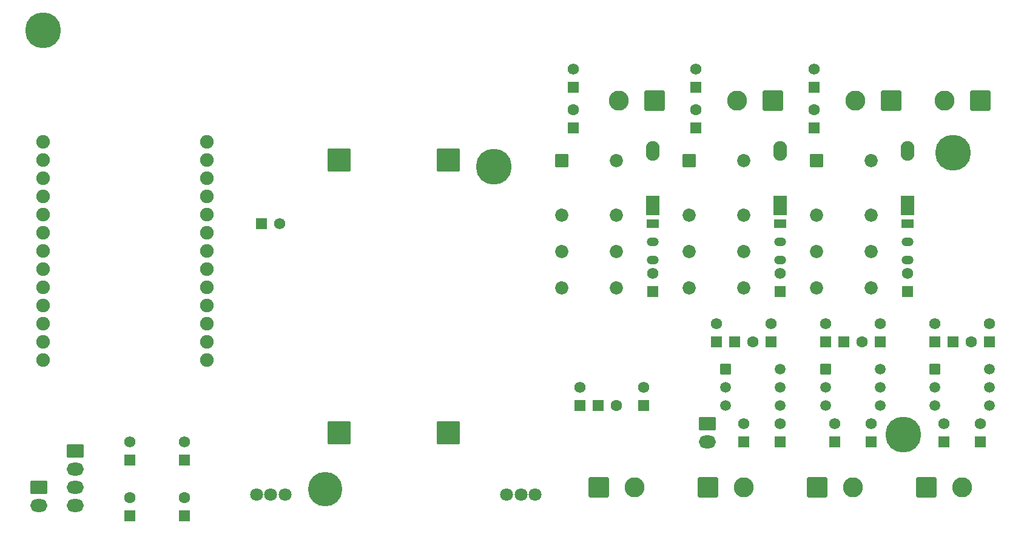
<source format=gbr>
G04 --- HEADER BEGIN --- *
G04 #@! TF.GenerationSoftware,LibrePCB,LibrePCB,1.3.0*
G04 #@! TF.CreationDate,2025-10-14T22:14:51*
G04 #@! TF.ProjectId,GateGuardian - Sommer Twist 350 Swing Gate,8a633c5c-b075-4c35-a81d-aba18a590e16,v1*
G04 #@! TF.Part,Single*
G04 #@! TF.SameCoordinates*
G04 #@! TF.FileFunction,Soldermask,Bot*
G04 #@! TF.FilePolarity,Negative*
%FSLAX66Y66*%
%MOMM*%
G01*
G75*
G04 --- HEADER END --- *
G04 --- APERTURE LIST BEGIN --- *
%ADD10C,1.56*%
%AMROUNDEDRECT11*20,1,1.56,-0.68,0.0,0.68,0.0,0.0*20,1,1.36,-0.78,0.0,0.78,0.0,0.0*1,1,0.2,-0.68,0.68*1,1,0.2,0.68,0.68*1,1,0.2,0.68,-0.68*1,1,0.2,-0.68,-0.68*%
%ADD11ROUNDEDRECT11*%
%ADD12C,1.9*%
%AMROUNDEDRECT13*20,1,2.8,-1.3,0.0,1.3,0.0,0.0*20,1,2.6,-1.4,0.0,1.4,0.0,0.0*1,1,0.2,-1.3,1.3*1,1,0.2,1.3,1.3*1,1,0.2,1.3,-1.3*1,1,0.2,-1.3,-1.3*%
%ADD13ROUNDEDRECT13*%
%ADD14C,2.8*%
%ADD15O,1.9X2.75*%
%AMROUNDEDRECT16*20,1,1.9,-1.275,0.0,1.275,0.0,90.0*20,1,1.7,-1.375,0.0,1.375,0.0,90.0*1,1,0.2,-0.85,-1.275*1,1,0.2,-0.85,1.275*1,1,0.2,0.85,1.275*1,1,0.2,0.85,-1.275*%
%ADD16ROUNDEDRECT16*%
%ADD17O,2.39X1.787*%
%AMROUNDEDRECT18*20,1,1.787,-1.095,0.0,1.095,0.0,0.0*20,1,1.587,-1.195,0.0,1.195,0.0,0.0*1,1,0.2,-1.095,0.7935*1,1,0.2,1.095,0.7935*1,1,0.2,1.095,-0.7935*1,1,0.2,-1.095,-0.7935*%
%ADD18ROUNDEDRECT18*%
%AMROUNDEDRECT19*20,1,1.6,-0.7,0.0,0.7,0.0,0.0*20,1,1.4,-0.8,0.0,0.8,0.0,0.0*1,1,0.2,-0.7,0.7*1,1,0.2,0.7,0.7*1,1,0.2,0.7,-0.7*1,1,0.2,-0.7,-0.7*%
%ADD19ROUNDEDRECT19*%
%ADD20C,1.6*%
%ADD21C,1.85*%
%AMROUNDEDRECT22*20,1,1.85,-0.825,0.0,0.825,0.0,0.0*20,1,1.65,-0.925,0.0,0.925,0.0,0.0*1,1,0.2,-0.825,0.825*1,1,0.2,0.825,0.825*1,1,0.2,0.825,-0.825*1,1,0.2,-0.825,-0.825*%
%ADD22ROUNDEDRECT22*%
%ADD23C,1.508*%
%AMROUNDEDRECT24*20,1,1.508,-0.654,0.0,0.654,0.0,0.0*20,1,1.308,-0.754,0.0,0.754,0.0,0.0*1,1,0.2,-0.654,0.654*1,1,0.2,0.654,0.654*1,1,0.2,0.654,-0.654*1,1,0.2,-0.654,-0.654*%
%ADD24ROUNDEDRECT24*%
%AMROUNDEDRECT25*20,1,3.2,-1.5,0.0,1.5,0.0,0.0*20,1,3.0,-1.6,0.0,1.6,0.0,0.0*1,1,0.2,-1.5,1.5*1,1,0.2,1.5,1.5*1,1,0.2,1.5,-1.5*1,1,0.2,-1.5,-1.5*%
%ADD25ROUNDEDRECT25*%
%ADD26O,1.7X1.25*%
%AMROUNDEDRECT27*20,1,1.25,-0.75,0.0,0.75,0.0,0.0*20,1,1.05,-0.85,0.0,0.85,0.0,0.0*1,1,0.2,-0.75,0.525*1,1,0.2,0.75,0.525*1,1,0.2,0.75,-0.525*1,1,0.2,-0.75,-0.525*%
%ADD27ROUNDEDRECT27*%
%ADD28C,1.8*%
%ADD29C,5.0*%
%ADD30C,4.8*%
G04 --- APERTURE LIST END --- *
G04 --- BOARD BEGIN --- *
D10*
G04 #@! TO.C,R14*
X128270000Y29210000D03*
D11*
X128270000Y26670000D03*
D10*
G04 #@! TO.C,R8*
X94932500Y64770000D03*
D11*
X94932500Y62230000D03*
D12*
G04 #@! TO.C,U4*
X3810000Y29210000D03*
X26670000Y36830000D03*
X26670000Y31750000D03*
X26670000Y52070000D03*
X3810000Y26670000D03*
X3810000Y49530000D03*
X26670000Y34290000D03*
X3810000Y46990000D03*
X26670000Y46990000D03*
X3810000Y24130000D03*
X26670000Y54610000D03*
X26670000Y49530000D03*
X26670000Y41910000D03*
X26670000Y29210000D03*
X3810000Y36830000D03*
X3810000Y34290000D03*
X3810000Y31750000D03*
X3810000Y52070000D03*
X3810000Y44450000D03*
X26670000Y39370000D03*
X26670000Y44450000D03*
X3810000Y41910000D03*
X26670000Y24130000D03*
X3810000Y54610000D03*
X3810000Y39370000D03*
X26670000Y26670000D03*
D13*
G04 #@! TO.C,J4*
X105687500Y60325000D03*
D14*
X100687500Y60325000D03*
D15*
G04 #@! TO.C,D2*
X106680000Y53340000D03*
D16*
X106680000Y45720000D03*
D10*
G04 #@! TO.C,R12*
X88900000Y36195000D03*
D11*
X88900000Y33655000D03*
D17*
G04 #@! TO.C,J2*
X3175000Y3810000D03*
D18*
X3175000Y6350000D03*
D10*
G04 #@! TO.C,R15*
X78740000Y20320000D03*
D11*
X78740000Y17780000D03*
D19*
G04 #@! TO.C,GATE*
X81280000Y17780000D03*
D20*
X83820000Y17780000D03*
D10*
G04 #@! TO.C,R17*
X101600000Y15240000D03*
D11*
X101600000Y12700000D03*
D13*
G04 #@! TO.C,J11*
X134580000Y60325000D03*
D14*
X129580000Y60325000D03*
D21*
G04 #@! TO.C,K1*
X111760000Y44340000D03*
X119380000Y39260000D03*
X119380000Y51960000D03*
X119380000Y34180000D03*
X119380000Y44340000D03*
D22*
X111760000Y51960000D03*
D21*
X111760000Y39260000D03*
X111760000Y34180000D03*
D23*
G04 #@! TO.C,U1*
X120650000Y17780000D03*
X113030000Y20320000D03*
D24*
X113030000Y22860000D03*
D23*
X120650000Y20320000D03*
X113030000Y17780000D03*
X120650000Y22860000D03*
G04 #@! TO.C,U2*
X135890000Y17780000D03*
X128270000Y20320000D03*
D24*
X128270000Y22860000D03*
D23*
X135890000Y20320000D03*
X128270000Y17780000D03*
X135890000Y22860000D03*
D19*
G04 #@! TO.C,LED1*
X15875000Y2381250D03*
D20*
X15875000Y4921250D03*
D17*
G04 #@! TO.C,J1*
X8255000Y3810000D03*
D18*
X8255000Y11430000D03*
D17*
X8255000Y6350000D03*
X8255000Y8890000D03*
D19*
G04 #@! TO.C,STOP*
X94932500Y56515000D03*
D20*
X94932500Y59055000D03*
D10*
G04 #@! TO.C,R19*
X97790000Y29210000D03*
D11*
X97790000Y26670000D03*
D15*
G04 #@! TO.C,D1*
X124460000Y53340000D03*
D16*
X124460000Y45720000D03*
D19*
G04 #@! TO.C,LOCK*
X115570000Y26670000D03*
D20*
X118110000Y26670000D03*
D17*
G04 #@! TO.C,J12*
X96520000Y12700000D03*
D18*
X96520000Y15240000D03*
D10*
G04 #@! TO.C,R21*
X135890000Y29210000D03*
D11*
X135890000Y26670000D03*
D25*
G04 #@! TO.C,U5*
X45085000Y52070000D03*
X60325000Y52070000D03*
X45085000Y13970000D03*
X60325000Y13970000D03*
D10*
G04 #@! TO.C,R10*
X124460000Y36195000D03*
D11*
X124460000Y33655000D03*
D10*
G04 #@! TO.C,R4*
X119380000Y15240000D03*
D11*
X119380000Y12700000D03*
D10*
G04 #@! TO.C,R6*
X134620000Y15240000D03*
D11*
X134620000Y12700000D03*
D19*
G04 #@! TO.C,CLOSE*
X77787500Y56515000D03*
D20*
X77787500Y59055000D03*
D21*
G04 #@! TO.C,K3*
X76200000Y44340000D03*
X83820000Y39260000D03*
X83820000Y51960000D03*
X83820000Y34180000D03*
X83820000Y44340000D03*
D22*
X76200000Y51960000D03*
D21*
X76200000Y39260000D03*
X76200000Y34180000D03*
D10*
G04 #@! TO.C,R18*
X106680000Y15240000D03*
D11*
X106680000Y12700000D03*
D10*
G04 #@! TO.C,R9*
X77787500Y64770000D03*
D11*
X77787500Y62230000D03*
D10*
G04 #@! TO.C,R22*
X105410000Y29210000D03*
D11*
X105410000Y26670000D03*
D26*
G04 #@! TO.C,Q3*
X88900000Y40640000D03*
X88900000Y38100000D03*
D27*
X88900000Y43180000D03*
D28*
G04 #@! TO.C,J15*
X68485000Y5312500D03*
X72485000Y5312500D03*
X70485000Y5312500D03*
D26*
G04 #@! TO.C,Q1*
X124460000Y40640000D03*
X124460000Y38100000D03*
D27*
X124460000Y43180000D03*
D13*
G04 #@! TO.C,J5*
X89177500Y60325000D03*
D14*
X84177500Y60325000D03*
D26*
G04 #@! TO.C,Q2*
X106680000Y40640000D03*
X106680000Y38100000D03*
D27*
X106680000Y43180000D03*
D10*
G04 #@! TO.C,R25*
X36830000Y43180000D03*
D11*
X34290000Y43180000D03*
D10*
G04 #@! TO.C,R23*
X87630000Y20320000D03*
D11*
X87630000Y17780000D03*
D19*
G04 #@! TO.C,EYE*
X100330000Y26670000D03*
D20*
X102870000Y26670000D03*
D13*
G04 #@! TO.C,J8*
X96560000Y6350000D03*
D14*
X101560000Y6350000D03*
D15*
G04 #@! TO.C,D3*
X88900000Y53340000D03*
D16*
X88900000Y45720000D03*
D10*
G04 #@! TO.C,R2*
X23495000Y12700000D03*
D11*
X23495000Y10160000D03*
D10*
G04 #@! TO.C,R5*
X129540000Y15240000D03*
D11*
X129540000Y12700000D03*
D28*
G04 #@! TO.C,J10*
X33560000Y5312500D03*
X37560000Y5312500D03*
X35560000Y5312500D03*
D21*
G04 #@! TO.C,K2*
X93980000Y44340000D03*
X101600000Y39260000D03*
X101600000Y51960000D03*
X101600000Y34180000D03*
X101600000Y44340000D03*
D22*
X93980000Y51960000D03*
D21*
X93980000Y39260000D03*
X93980000Y34180000D03*
D10*
G04 #@! TO.C,R7*
X111442500Y64770000D03*
D11*
X111442500Y62230000D03*
D19*
G04 #@! TO.C,LED2*
X23495000Y2381250D03*
D20*
X23495000Y4921250D03*
D10*
G04 #@! TO.C,R13*
X113030000Y29210000D03*
D11*
X113030000Y26670000D03*
D10*
G04 #@! TO.C,R20*
X120650000Y29210000D03*
D11*
X120650000Y26670000D03*
D13*
G04 #@! TO.C,J7*
X127040000Y6350000D03*
D14*
X132040000Y6350000D03*
D13*
G04 #@! TO.C,J6*
X111800000Y6350000D03*
D14*
X116800000Y6350000D03*
D13*
G04 #@! TO.C,J3*
X122197500Y60325000D03*
D14*
X117197500Y60325000D03*
D23*
G04 #@! TO.C,U3*
X106680000Y17780000D03*
X99060000Y20320000D03*
D24*
X99060000Y22860000D03*
D23*
X106680000Y20320000D03*
X99060000Y17780000D03*
X106680000Y22860000D03*
D19*
G04 #@! TO.C,OPEN*
X111442500Y56515000D03*
D20*
X111442500Y59055000D03*
D10*
G04 #@! TO.C,R3*
X114300000Y15240000D03*
D11*
X114300000Y12700000D03*
D19*
G04 #@! TO.C,LIGHT*
X130810000Y26670000D03*
D20*
X133350000Y26670000D03*
D10*
G04 #@! TO.C,R1*
X15875000Y12700000D03*
D11*
X15875000Y10160000D03*
D13*
G04 #@! TO.C,J9*
X81320000Y6350000D03*
D14*
X86320000Y6350000D03*
D10*
G04 #@! TO.C,R11*
X106680000Y36195000D03*
D11*
X106680000Y33655000D03*
D29*
G04 #@! TD*
X66675000Y51117500D03*
X130810000Y53022500D03*
D30*
X43180000Y6032500D03*
D29*
X123825000Y13652500D03*
X3810000Y70167500D03*
G04 --- BOARD END --- *
G04 #@! TF.MD5,c046713d659c2fcd416bed8fb7ca8456*
M02*

</source>
